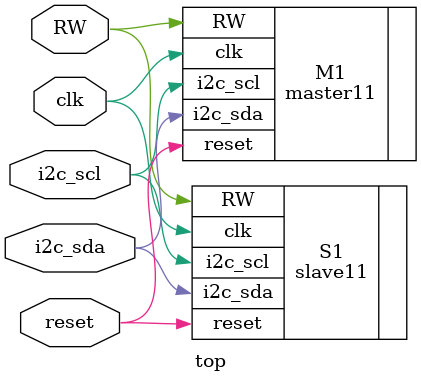
<source format=v>
`timescale 1ns / 1ps
module top( clk,reset,RW,i2c_sda,i2c_scl
    );

			input clk,reset,RW;
			inout i2c_sda, i2c_scl ;

master11 M1 (
    .clk(clk), 
    .reset(reset), 
    .RW(RW), 
    .i2c_sda(i2c_sda), 
    .i2c_scl(i2c_scl)
    );


slave11 S1 (
    .clk(clk), 
    .reset(reset), 
    .RW(RW), 
    .i2c_sda(i2c_sda), 
    .i2c_scl(i2c_scl)
    );
endmodule

</source>
